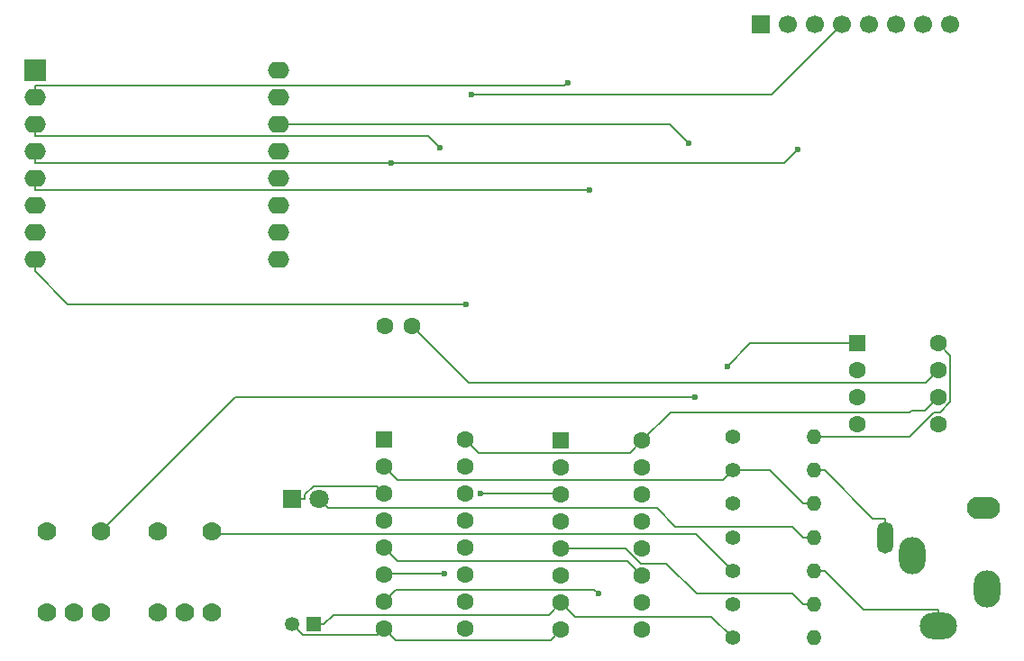
<source format=gbr>
%TF.GenerationSoftware,KiCad,Pcbnew,9.0.1*%
%TF.CreationDate,2026-01-18T13:51:58+01:00*%
%TF.ProjectId,SN76489 synth midi,534e3736-3438-4392-9073-796e7468206d,rev?*%
%TF.SameCoordinates,Original*%
%TF.FileFunction,Copper,L1,Top*%
%TF.FilePolarity,Positive*%
%FSLAX46Y46*%
G04 Gerber Fmt 4.6, Leading zero omitted, Abs format (unit mm)*
G04 Created by KiCad (PCBNEW 9.0.1) date 2026-01-18 13:51:58*
%MOMM*%
%LPD*%
G01*
G04 APERTURE LIST*
G04 Aperture macros list*
%AMRoundRect*
0 Rectangle with rounded corners*
0 $1 Rounding radius*
0 $2 $3 $4 $5 $6 $7 $8 $9 X,Y pos of 4 corners*
0 Add a 4 corners polygon primitive as box body*
4,1,4,$2,$3,$4,$5,$6,$7,$8,$9,$2,$3,0*
0 Add four circle primitives for the rounded corners*
1,1,$1+$1,$2,$3*
1,1,$1+$1,$4,$5*
1,1,$1+$1,$6,$7*
1,1,$1+$1,$8,$9*
0 Add four rect primitives between the rounded corners*
20,1,$1+$1,$2,$3,$4,$5,0*
20,1,$1+$1,$4,$5,$6,$7,0*
20,1,$1+$1,$6,$7,$8,$9,0*
20,1,$1+$1,$8,$9,$2,$3,0*%
G04 Aperture macros list end*
%TA.AperFunction,ComponentPad*%
%ADD10R,1.800000X1.800000*%
%TD*%
%TA.AperFunction,ComponentPad*%
%ADD11C,1.800000*%
%TD*%
%TA.AperFunction,ComponentPad*%
%ADD12C,1.400000*%
%TD*%
%TA.AperFunction,ComponentPad*%
%ADD13O,1.400000X1.400000*%
%TD*%
%TA.AperFunction,ComponentPad*%
%ADD14RoundRect,0.250000X-0.550000X-0.550000X0.550000X-0.550000X0.550000X0.550000X-0.550000X0.550000X0*%
%TD*%
%TA.AperFunction,ComponentPad*%
%ADD15C,1.600000*%
%TD*%
%TA.AperFunction,ComponentPad*%
%ADD16C,1.778000*%
%TD*%
%TA.AperFunction,ComponentPad*%
%ADD17O,1.500000X3.000000*%
%TD*%
%TA.AperFunction,ComponentPad*%
%ADD18O,2.500000X3.500000*%
%TD*%
%TA.AperFunction,ComponentPad*%
%ADD19O,3.500000X2.500000*%
%TD*%
%TA.AperFunction,ComponentPad*%
%ADD20O,3.100000X2.100000*%
%TD*%
%TA.AperFunction,ComponentPad*%
%ADD21R,1.700000X1.700000*%
%TD*%
%TA.AperFunction,ComponentPad*%
%ADD22C,1.700000*%
%TD*%
%TA.AperFunction,ComponentPad*%
%ADD23R,1.350000X1.350000*%
%TD*%
%TA.AperFunction,ComponentPad*%
%ADD24C,1.350000*%
%TD*%
%TA.AperFunction,ComponentPad*%
%ADD25R,2.000000X2.000000*%
%TD*%
%TA.AperFunction,ComponentPad*%
%ADD26O,2.000000X1.600000*%
%TD*%
%TA.AperFunction,ViaPad*%
%ADD27C,0.600000*%
%TD*%
%TA.AperFunction,Conductor*%
%ADD28C,0.200000*%
%TD*%
G04 APERTURE END LIST*
D10*
%TO.P,D1,1,K*%
%TO.N,GND*%
X113538000Y-87376000D03*
D11*
%TO.P,D1,2,A*%
%TO.N,Net-(D1-A)*%
X116078000Y-87376000D03*
%TD*%
D12*
%TO.P,R2,1*%
%TO.N,GND*%
X154940000Y-84707000D03*
D13*
%TO.P,R2,2*%
%TO.N,/LM_AUDIO*%
X162560000Y-84707000D03*
%TD*%
D14*
%TO.P,U2,1,A0*%
%TO.N,GND*%
X122174000Y-81788000D03*
D15*
%TO.P,U2,2,A1*%
X122174000Y-84328000D03*
%TO.P,U2,3,A2*%
X122174000Y-86868000D03*
%TO.P,U2,4,P0*%
%TO.N,/P0*%
X122174000Y-89408000D03*
%TO.P,U2,5,P1*%
%TO.N,/P1*%
X122174000Y-91948000D03*
%TO.P,U2,6,P2*%
%TO.N,/P2*%
X122174000Y-94488000D03*
%TO.P,U2,7,P3*%
%TO.N,/P3*%
X122174000Y-97028000D03*
%TO.P,U2,8,GND*%
%TO.N,GND*%
X122174000Y-99568000D03*
%TO.P,U2,9,P4*%
%TO.N,/P4*%
X129794000Y-99568000D03*
%TO.P,U2,10,P5*%
%TO.N,/P5*%
X129794000Y-97028000D03*
%TO.P,U2,11,P6*%
%TO.N,/P6*%
X129794000Y-94488000D03*
%TO.P,U2,12,P7*%
%TO.N,/P7*%
X129794000Y-91948000D03*
%TO.P,U2,13,~{INT}*%
%TO.N,unconnected-(U2-~{INT}-Pad13)*%
X129794000Y-89408000D03*
%TO.P,U2,14,SCL*%
%TO.N,/SCL*%
X129794000Y-86868000D03*
%TO.P,U2,15,SDA*%
%TO.N,/SDA*%
X129794000Y-84328000D03*
%TO.P,U2,16,VDD*%
%TO.N,+3.3V*%
X129794000Y-81788000D03*
%TD*%
D12*
%TO.P,R1,1*%
%TO.N,Net-(R1-Pad1)*%
X154940000Y-81557000D03*
D13*
%TO.P,R1,2*%
%TO.N,Net-(R1-Pad2)*%
X162560000Y-81557000D03*
%TD*%
D16*
%TO.P,SW0\u002C9,1,A*%
%TO.N,Net-(SW0\u002C9-A)*%
X90551000Y-90424000D03*
%TO.P,SW0\u002C9,2,B*%
%TO.N,Net-(SW0\u002C9-B)*%
X95631000Y-90424000D03*
%TO.P,SW0\u002C9,3*%
%TO.N,N/C*%
X95631000Y-98044000D03*
%TO.P,SW0\u002C9,4*%
X93091000Y-98044000D03*
%TO.P,SW0\u002C9,5*%
X90551000Y-98044000D03*
%TD*%
D12*
%TO.P,R3,1*%
%TO.N,Net-(SW0\u002C9-B)*%
X154940000Y-87857000D03*
D13*
%TO.P,R3,2*%
%TO.N,GND*%
X162560000Y-87857000D03*
%TD*%
D17*
%TO.P,J1,R*%
%TO.N,/LM_AUDIO*%
X169291000Y-91059000D03*
D18*
%TO.P,J1,RN*%
%TO.N,N/C*%
X171791000Y-92759000D03*
D19*
%TO.P,J1,S*%
%TO.N,GND*%
X174291000Y-99359000D03*
D18*
%TO.P,J1,T*%
%TO.N,/LM_AUDIO*%
X178791000Y-95859000D03*
D20*
%TO.P,J1,TN*%
%TO.N,N/C*%
X178491000Y-88259000D03*
%TD*%
D14*
%TO.P,U4,1,D2*%
%TO.N,/P5*%
X138811000Y-81915000D03*
D15*
%TO.P,U4,2,D1*%
%TO.N,/P6*%
X138811000Y-84455000D03*
%TO.P,U4,3,D0*%
%TO.N,/P7*%
X138811000Y-86995000D03*
%TO.P,U4,4,READY*%
%TO.N,unconnected-(U4-READY-Pad4)*%
X138811000Y-89535000D03*
%TO.P,U4,5,~{WE}*%
%TO.N,/~{WE}*%
X138811000Y-92075000D03*
%TO.P,U4,6,~{OE}*%
%TO.N,GND*%
X138811000Y-94615000D03*
%TO.P,U4,7,AUDIO_OUT*%
%TO.N,/SN_AUDIO*%
X138811000Y-97155000D03*
%TO.P,U4,8,GND*%
%TO.N,GND*%
X138811000Y-99695000D03*
%TO.P,U4,9,N.C.*%
%TO.N,unconnected-(U4-N.C.-Pad9)*%
X146431000Y-99695000D03*
%TO.P,U4,10,D7*%
%TO.N,/P0*%
X146431000Y-97155000D03*
%TO.P,U4,11,D6*%
%TO.N,/P1*%
X146431000Y-94615000D03*
%TO.P,U4,12,D5*%
%TO.N,/P2*%
X146431000Y-92075000D03*
%TO.P,U4,13,D4*%
%TO.N,/P3*%
X146431000Y-89535000D03*
%TO.P,U4,14,CLOCK*%
%TO.N,/SN76489_CLK*%
X146431000Y-86995000D03*
%TO.P,U4,15,D3*%
%TO.N,/P4*%
X146431000Y-84455000D03*
%TO.P,U4,16,VCC*%
%TO.N,+3.3V*%
X146431000Y-81915000D03*
%TD*%
%TO.P,C1,1*%
%TO.N,Net-(U3-BYPASS)*%
X124801000Y-71120000D03*
%TO.P,C1,2*%
%TO.N,GND*%
X122301000Y-71120000D03*
%TD*%
D12*
%TO.P,R6,1*%
%TO.N,Net-(U5-D3)*%
X154940000Y-97307000D03*
D13*
%TO.P,R6,2*%
%TO.N,/~{WE}*%
X162560000Y-97307000D03*
%TD*%
D12*
%TO.P,R4,1*%
%TO.N,Net-(U5-D10)*%
X154940000Y-91007000D03*
D13*
%TO.P,R4,2*%
%TO.N,Net-(D1-A)*%
X162560000Y-91007000D03*
%TD*%
D21*
%TO.P,J2,1,Pin_1*%
%TO.N,GND*%
X157607000Y-42796000D03*
D22*
%TO.P,J2,2,Pin_2*%
%TO.N,+3.3V*%
X160147000Y-42796000D03*
%TO.P,J2,3,Pin_3*%
%TO.N,/SCL*%
X162687000Y-42796000D03*
%TO.P,J2,4,Pin_4*%
%TO.N,/SDA*%
X165227000Y-42796000D03*
%TO.P,J2,5*%
%TO.N,N/C*%
X167767000Y-42796000D03*
%TO.P,J2,6*%
X170307000Y-42796000D03*
%TO.P,J2,7*%
X172847000Y-42796000D03*
%TO.P,J2,8*%
X175387000Y-42796000D03*
%TD*%
D23*
%TO.P,J4,1,Pin_1*%
%TO.N,/SN_AUDIO*%
X115570000Y-99187000D03*
D24*
%TO.P,J4,2,Pin_2*%
%TO.N,GND*%
X113570000Y-99187000D03*
%TD*%
D25*
%TO.P,U5,1,EN*%
%TO.N,unconnected-(U5-EN-Pad1)*%
X89411000Y-47115000D03*
D26*
%TO.P,U5,2,D3*%
%TO.N,Net-(U5-D3)*%
X89411000Y-49655000D03*
%TO.P,U5,3,D2*%
%TO.N,/SDA*%
X89411000Y-52195000D03*
%TO.P,U5,4,D1*%
%TO.N,/SCL*%
X89411000Y-54735000D03*
%TO.P,U5,5,D0*%
%TO.N,/SN76489_CLK*%
X89411000Y-57275000D03*
%TO.P,U5,6,D4*%
%TO.N,unconnected-(U5-D4-Pad6)*%
X89411000Y-59815000D03*
%TO.P,U5,7,D5*%
%TO.N,unconnected-(U5-D5-Pad7)*%
X89411000Y-62355000D03*
%TO.P,U5,8,3V3*%
%TO.N,+3.3V*%
X89411000Y-64895000D03*
%TO.P,U5,9,VBus*%
%TO.N,unconnected-(U5-VBus-Pad9)*%
X112271000Y-64895000D03*
%TO.P,U5,10,GND*%
%TO.N,GND*%
X112271000Y-62355000D03*
%TO.P,U5,11,D6*%
%TO.N,Net-(SW0\u002C10-A)*%
X112271000Y-59815000D03*
%TO.P,U5,12,D7*%
%TO.N,unconnected-(U5-D7-Pad12)*%
X112271000Y-57275000D03*
%TO.P,U5,13,D8*%
%TO.N,Net-(SW0\u002C9-A)*%
X112271000Y-54735000D03*
%TO.P,U5,14,D10*%
%TO.N,Net-(U5-D10)*%
X112271000Y-52195000D03*
%TO.P,U5,15,RX*%
%TO.N,unconnected-(U5-RX-Pad15)*%
X112271000Y-49655000D03*
%TO.P,U5,16,TX*%
%TO.N,unconnected-(U5-TX-Pad16)*%
X112271000Y-47115000D03*
%TD*%
D16*
%TO.P,SW0\u002C10,1,A*%
%TO.N,Net-(SW0\u002C10-A)*%
X100965000Y-90424000D03*
%TO.P,SW0\u002C10,2,B*%
%TO.N,Net-(SW0\u002C10-B)*%
X106045000Y-90424000D03*
%TO.P,SW0\u002C10,3*%
%TO.N,N/C*%
X106045000Y-98044000D03*
%TO.P,SW0\u002C10,4*%
X103505000Y-98044000D03*
%TO.P,SW0\u002C10,5*%
X100965000Y-98044000D03*
%TD*%
D12*
%TO.P,R5,1*%
%TO.N,Net-(SW0\u002C10-B)*%
X154940000Y-94157000D03*
D13*
%TO.P,R5,2*%
%TO.N,GND*%
X162560000Y-94157000D03*
%TD*%
D12*
%TO.P,RV1,1,1*%
%TO.N,/SN_AUDIO*%
X154940000Y-100457000D03*
D13*
%TO.P,RV1,2,2*%
%TO.N,Net-(U3-+)*%
X162560000Y-100457000D03*
%TD*%
D14*
%TO.P,U3,1,GAIN*%
%TO.N,Net-(R1-Pad1)*%
X166624000Y-72771000D03*
D15*
%TO.P,U3,2,-*%
%TO.N,GND*%
X166624000Y-75311000D03*
%TO.P,U3,3,+*%
%TO.N,Net-(U3-+)*%
X166624000Y-77851000D03*
%TO.P,U3,4,GND*%
%TO.N,GND*%
X166624000Y-80391000D03*
%TO.P,U3,5*%
%TO.N,/LM_AUDIO*%
X174244000Y-80391000D03*
%TO.P,U3,6,V+*%
%TO.N,+3.3V*%
X174244000Y-77851000D03*
%TO.P,U3,7,BYPASS*%
%TO.N,Net-(U3-BYPASS)*%
X174244000Y-75311000D03*
%TO.P,U3,8,GAIN*%
%TO.N,Net-(R1-Pad2)*%
X174244000Y-72771000D03*
%TD*%
D27*
%TO.N,Net-(R1-Pad1)*%
X154404500Y-74937600D03*
%TO.N,Net-(SW0\u002C9-B)*%
X151426800Y-77866300D03*
%TO.N,Net-(U5-D10)*%
X150807900Y-53945400D03*
%TO.N,Net-(U5-D3)*%
X139435200Y-48271700D03*
%TO.N,/SN76489_CLK*%
X141493600Y-58376700D03*
%TO.N,/SCL*%
X122845200Y-55836700D03*
X161083200Y-54523700D03*
%TO.N,/SDA*%
X127443600Y-54401800D03*
X130441500Y-49403400D03*
%TO.N,+3.3V*%
X129877300Y-69091200D03*
%TO.N,/P2*%
X127850500Y-94389000D03*
%TO.N,/P7*%
X131267200Y-86863500D03*
%TO.N,/P3*%
X142311000Y-96306500D03*
%TD*%
D28*
%TO.N,Net-(R1-Pad2)*%
X175373000Y-78284600D02*
X174414500Y-79243100D01*
X175373000Y-73900000D02*
X175373000Y-78284600D01*
X174414500Y-79243100D02*
X173833900Y-79243100D01*
X173833900Y-79243100D02*
X171520000Y-81557000D01*
X171520000Y-81557000D02*
X162560000Y-81557000D01*
X174244000Y-72771000D02*
X175373000Y-73900000D01*
%TO.N,Net-(R1-Pad1)*%
X156571100Y-72771000D02*
X154404500Y-74937600D01*
X166624000Y-72771000D02*
X156571100Y-72771000D01*
%TO.N,/LM_AUDIO*%
X162560000Y-84707000D02*
X163561700Y-84707000D01*
X169291000Y-91059000D02*
X169291000Y-89257300D01*
X168112000Y-89257300D02*
X169291000Y-89257300D01*
X163561700Y-84707000D02*
X168112000Y-89257300D01*
%TO.N,GND*%
X114546700Y-100163700D02*
X113570000Y-99187000D01*
X174291000Y-99359000D02*
X174291000Y-97807300D01*
X123284900Y-100678900D02*
X122174000Y-99568000D01*
X161558300Y-87857000D02*
X158408300Y-84707000D01*
X162560000Y-87857000D02*
X161558300Y-87857000D01*
X154049000Y-85598000D02*
X123444000Y-85598000D01*
X114739700Y-87000400D02*
X115565800Y-86174300D01*
X158408300Y-84707000D02*
X154940000Y-84707000D01*
X154940000Y-84707000D02*
X154049000Y-85598000D01*
X114739700Y-87376000D02*
X114739700Y-87000400D01*
X121480300Y-86174300D02*
X122174000Y-86868000D01*
X123444000Y-85598000D02*
X122174000Y-84328000D01*
X138811000Y-99695000D02*
X137827100Y-100678900D01*
X121578300Y-100163700D02*
X114546700Y-100163700D01*
X167212000Y-97807300D02*
X163561700Y-94157000D01*
X113538000Y-87376000D02*
X114739700Y-87376000D01*
X162560000Y-94157000D02*
X163561700Y-94157000D01*
X115565800Y-86174300D02*
X121480300Y-86174300D01*
X137827100Y-100678900D02*
X123284900Y-100678900D01*
X174291000Y-97807300D02*
X167212000Y-97807300D01*
X122174000Y-99568000D02*
X121578300Y-100163700D01*
%TO.N,Net-(SW0\u002C9-B)*%
X108188700Y-77866300D02*
X151426800Y-77866300D01*
X95631000Y-90424000D02*
X108188700Y-77866300D01*
%TO.N,Net-(U5-D10)*%
X112271000Y-52195000D02*
X149057500Y-52195000D01*
X149057500Y-52195000D02*
X150807900Y-53945400D01*
%TO.N,Net-(D1-A)*%
X160556600Y-90005300D02*
X149567200Y-90005300D01*
X116967000Y-88265000D02*
X116078000Y-87376000D01*
X149567200Y-90005300D02*
X147826900Y-88265000D01*
X162560000Y-91007000D02*
X161558300Y-91007000D01*
X147826900Y-88265000D02*
X116967000Y-88265000D01*
X161558300Y-91007000D02*
X160556600Y-90005300D01*
%TO.N,Net-(SW0\u002C10-B)*%
X151461000Y-90678000D02*
X106299000Y-90678000D01*
X154940000Y-94157000D02*
X151461000Y-90678000D01*
X106299000Y-90678000D02*
X106045000Y-90424000D01*
%TO.N,Net-(U5-D3)*%
X139435200Y-48271700D02*
X139153600Y-48553300D01*
X89411000Y-49655000D02*
X89411000Y-48553300D01*
X139153600Y-48553300D02*
X89411000Y-48553300D01*
%TO.N,/~{WE}*%
X146284500Y-93486500D02*
X144873000Y-92075000D01*
X144873000Y-92075000D02*
X138811000Y-92075000D01*
X160556600Y-96305300D02*
X151547300Y-96305300D01*
X161558300Y-97307000D02*
X160556600Y-96305300D01*
X151547300Y-96305300D02*
X148728500Y-93486500D01*
X148728500Y-93486500D02*
X146284500Y-93486500D01*
X162560000Y-97307000D02*
X161558300Y-97307000D01*
%TO.N,/SN_AUDIO*%
X117435700Y-98298000D02*
X137668000Y-98298000D01*
X116546700Y-99187000D02*
X117435700Y-98298000D01*
X137668000Y-98298000D02*
X138811000Y-97155000D01*
X115570000Y-99187000D02*
X116546700Y-99187000D01*
X140123800Y-98467800D02*
X138811000Y-97155000D01*
X152950800Y-98467800D02*
X140123800Y-98467800D01*
X154940000Y-100457000D02*
X152950800Y-98467800D01*
%TO.N,/SN76489_CLK*%
X89411000Y-57275000D02*
X89411000Y-58376700D01*
X89411000Y-58376700D02*
X141493600Y-58376700D01*
%TO.N,/SCL*%
X89411000Y-54735000D02*
X89411000Y-55836700D01*
X89411000Y-55836700D02*
X122845200Y-55836700D01*
X159770200Y-55836700D02*
X122845200Y-55836700D01*
X161083200Y-54523700D02*
X159770200Y-55836700D01*
%TO.N,/SDA*%
X126338500Y-53296700D02*
X89411000Y-53296700D01*
X127443600Y-54401800D02*
X126338500Y-53296700D01*
X158619600Y-49403400D02*
X165227000Y-42796000D01*
X89411000Y-52195000D02*
X89411000Y-53296700D01*
X130441500Y-49403400D02*
X158619600Y-49403400D01*
%TO.N,+3.3V*%
X174244000Y-77851000D02*
X173009200Y-79085800D01*
X171744400Y-79085800D02*
X171578100Y-79252100D01*
X131069700Y-83063700D02*
X129794000Y-81788000D01*
X92505500Y-69091200D02*
X89411000Y-65996700D01*
X89411000Y-64895000D02*
X89411000Y-65996700D01*
X129877300Y-69091200D02*
X92505500Y-69091200D01*
X173009200Y-79085800D02*
X171744400Y-79085800D01*
X149093900Y-79252100D02*
X171578100Y-79252100D01*
X146431000Y-81915000D02*
X145282300Y-83063700D01*
X171744400Y-79085800D02*
X171578100Y-79252100D01*
X146431000Y-81915000D02*
X149093900Y-79252100D01*
X145282300Y-83063700D02*
X131069700Y-83063700D01*
%TO.N,Net-(U3-BYPASS)*%
X130161500Y-76480500D02*
X124801000Y-71120000D01*
X174244000Y-75311000D02*
X173074500Y-76480500D01*
X173074500Y-76480500D02*
X130161500Y-76480500D01*
%TO.N,/P1*%
X122174000Y-91948000D02*
X123447000Y-93221000D01*
X145037000Y-93221000D02*
X146431000Y-94615000D01*
X123447000Y-93221000D02*
X145037000Y-93221000D01*
%TO.N,/P2*%
X127850500Y-94389000D02*
X122273000Y-94389000D01*
X122273000Y-94389000D02*
X122174000Y-94488000D01*
%TO.N,/P7*%
X138679500Y-86863500D02*
X138811000Y-86995000D01*
X131267200Y-86863500D02*
X138679500Y-86863500D01*
%TO.N,/P3*%
X141923000Y-95918500D02*
X142311000Y-96306500D01*
X123283500Y-95918500D02*
X122174000Y-97028000D01*
X142311000Y-96306500D02*
X141923000Y-95918500D01*
X141923000Y-95918500D02*
X123283500Y-95918500D01*
X142311000Y-96306500D02*
X141923000Y-95918500D01*
%TD*%
M02*

</source>
